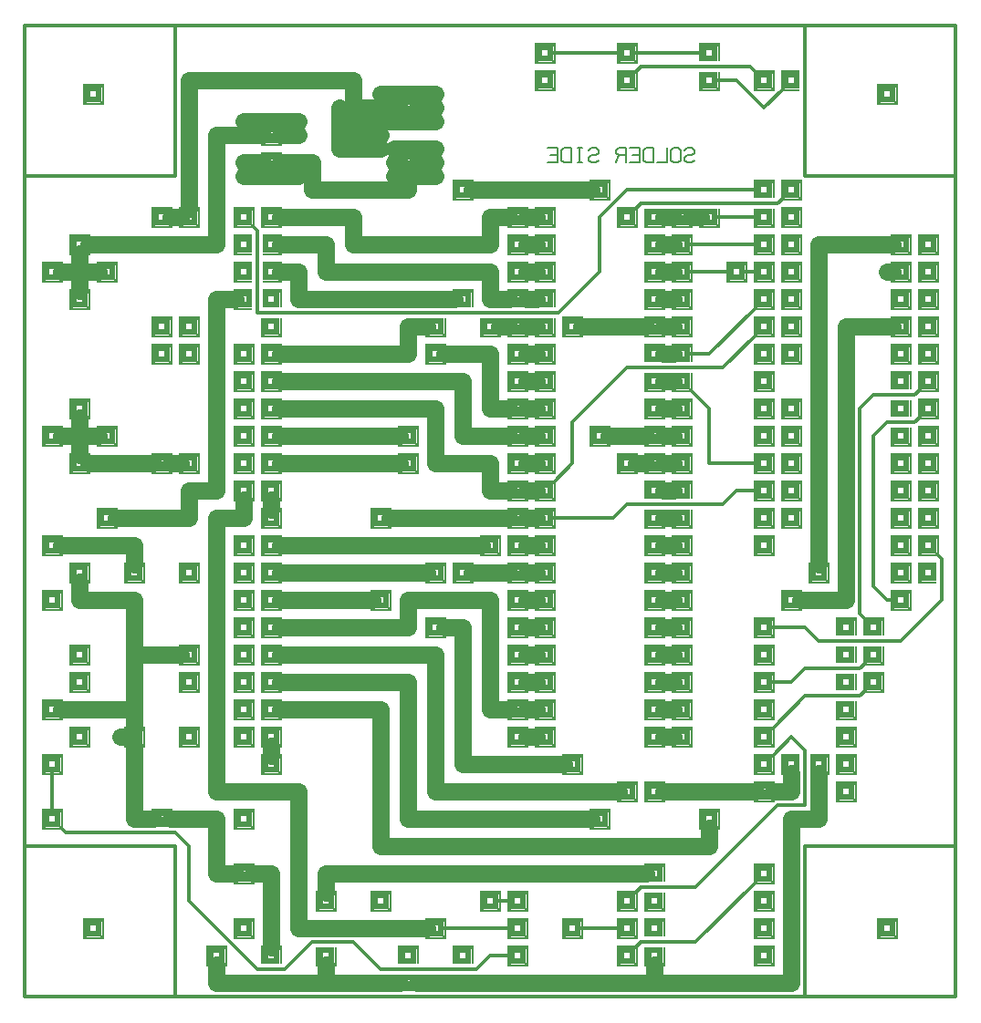
<source format=gbl>
%MOIN*%
%FSLAX23Y23*%
%ADD10C,.012*%
%ADD11C,.062*%
%ADD12C,.050X.024*%
%ADD13R,.062X.062X.024*%
%ADD14C,.016*%
%ADD15R,.008X.062*%
%ADD16R,.062X.008*%
%ADD17C,.008*%
%LPD*%
G90*X0Y0D02*D13*X250Y250D03*D14*X281Y281D03*      
Y219D03*X219Y281D03*Y219D03*D15*X285Y250D03*      
X215D03*D16*X250Y285D03*Y215D03*X550Y550D02*D10*  
Y0D01*X0D01*Y550D01*X550D01*X600D02*Y350D01*      
X850Y100D01*X950D01*X1050Y200D01*X1200D01*        
X1300Y100D01*X1650D01*X1700Y150D01*X1769D01*D13*  
X1800D03*D14*X1831Y181D03*Y119D03*X1769Y181D03*   
Y119D03*D15*X1835Y150D03*X1765D03*D16*            
X1800Y185D03*Y115D03*D13*Y250D03*D14*X1831Y281D03*
Y219D03*X1769Y281D03*Y219D03*D15*X1835Y250D03*    
X1765D03*D16*X1800Y285D03*Y215D03*X1769Y250D02*   
D10*X1531D01*D13*X1500D03*D14*X1531Y281D03*       
Y219D03*X1469Y281D03*Y219D03*D15*X1535Y250D03*    
X1465D03*D16*X1500Y285D03*Y215D03*X1469Y250D02*   
D11*X1000D01*Y750D01*X700D01*Y1750D01*X800D01*    
Y1819D01*D13*Y1850D03*D14*X831Y1881D03*Y1819D03*  
X769Y1881D03*Y1819D03*D15*X835Y1850D03*X765D03*   
D16*X800Y1885D03*Y1815D03*D13*X900Y1750D03*D14*   
X931Y1781D03*Y1719D03*X869Y1781D03*Y1719D03*D15*  
X935Y1750D03*X865D03*D16*X900Y1785D03*Y1715D03*   
Y1781D02*D11*Y1819D01*D13*Y1850D03*D14*           
X931Y1881D03*Y1819D03*X869Y1881D03*Y1819D03*D15*  
X935Y1850D03*X865D03*D16*X900Y1885D03*Y1815D03*   
D13*X800Y1950D03*D14*X831Y1981D03*Y1919D03*       
X769Y1981D03*Y1919D03*D15*X835Y1950D03*X765D03*   
D16*X800Y1985D03*Y1915D03*D13*X900Y1950D03*D14*   
X931Y1981D03*Y1919D03*X869Y1981D03*Y1919D03*D15*  
X935Y1950D03*X865D03*D16*X900Y1985D03*Y1915D03*   
X931Y1950D02*D11*X1369D01*D13*X1400D03*D14*       
X1431Y1981D03*Y1919D03*X1369Y1981D03*Y1919D03*D15*
X1435Y1950D03*X1365D03*D16*X1400Y1985D03*Y1915D03*
X1500Y1950D02*D11*X1700D01*Y1850D01*X1769D01*D13* 
X1800D03*D14*X1831Y1881D03*Y1819D03*X1769Y1881D03*
Y1819D03*D15*X1835Y1850D03*X1765D03*D16*          
X1800Y1885D03*Y1815D03*X1831Y1850D02*D11*X1869D01*
D13*X1900D03*D14*X1931Y1881D03*Y1819D03*          
X1869Y1881D03*Y1819D03*D15*X1935Y1850D03*X1865D03*
D16*X1900Y1885D03*Y1815D03*X1931Y1881D02*D10*     
X2000Y1950D01*Y2100D01*X2200Y2300D01*X2550D01*    
X2669Y2419D01*D13*X2700Y2450D03*D14*X2731Y2481D03*
Y2419D03*X2669Y2481D03*Y2419D03*D15*X2735Y2450D03*
X2665D03*D16*X2700Y2485D03*Y2415D03*D13*          
X2800Y2350D03*D14*X2831Y2381D03*Y2319D03*         
X2769Y2381D03*Y2319D03*D15*X2835Y2350D03*X2765D03*
D16*X2800Y2385D03*Y2315D03*D13*Y2550D03*D14*      
X2831Y2581D03*Y2519D03*X2769Y2581D03*Y2519D03*D15*
X2835Y2550D03*X2765D03*D16*X2800Y2585D03*Y2515D03*
D13*Y2450D03*D14*X2831Y2481D03*Y2419D03*          
X2769Y2481D03*Y2419D03*D15*X2835Y2450D03*X2765D03*
D16*X2800Y2485D03*Y2415D03*D13*X2700Y2550D03*D14* 
X2731Y2581D03*Y2519D03*X2669Y2581D03*Y2519D03*D15*
X2735Y2550D03*X2665D03*D16*X2700Y2585D03*Y2515D03*
X2669Y2519D02*D10*X2500Y2350D01*X2431D01*D13*     
X2400D03*D14*X2431Y2381D03*X2369D03*D15*          
X2435Y2350D03*X2365D03*D16*X2400Y2385D03*         
X2369Y2350D02*D11*X2331D01*D13*X2300D03*D14*      
X2331Y2381D03*X2269D03*D15*X2335Y2350D03*X2265D03*
D16*X2300Y2385D03*D13*X2400Y2250D03*D14*          
X2431Y2219D03*X2369D03*D15*X2435Y2250D03*X2365D03*
D16*X2400Y2215D03*X2431Y2219D02*D10*X2500Y2150D01*
Y1950D01*X2669D01*D13*X2700D03*D14*X2731Y1981D03* 
Y1919D03*X2669Y1981D03*Y1919D03*D15*X2735Y1950D03*
X2665D03*D16*X2700Y1985D03*Y1915D03*D13*          
X2800Y1850D03*D14*X2831Y1881D03*Y1819D03*         
X2769Y1881D03*Y1819D03*D15*X2835Y1850D03*X2765D03*
D16*X2800Y1885D03*Y1815D03*D13*Y2050D03*D14*      
X2831Y2081D03*Y2019D03*X2769Y2081D03*Y2019D03*D15*
X2835Y2050D03*X2765D03*D16*X2800Y2085D03*Y2015D03*
X2600Y1850D02*D10*X2550Y1800D01*X2200D01*         
X2150Y1750D01*X1931D01*D13*X1900D03*D14*          
X1931Y1781D03*Y1719D03*X1869Y1781D03*Y1719D03*D15*
X1935Y1750D03*X1865D03*D16*X1900Y1785D03*Y1715D03*
X1869Y1750D02*D11*X1831D01*D13*X1800D03*D14*      
X1831Y1781D03*Y1719D03*X1769Y1781D03*Y1719D03*D15*
X1835Y1750D03*X1765D03*D16*X1800Y1785D03*Y1715D03*
X1769Y1750D02*D11*X1331D01*D13*X1300D03*D14*      
X1331Y1781D03*Y1719D03*X1269Y1781D03*Y1719D03*D15*
X1335Y1750D03*X1265D03*D16*X1300Y1785D03*Y1715D03*
D13*X1500Y1550D03*D14*X1531Y1581D03*Y1519D03*     
X1469Y1581D03*Y1519D03*D15*X1535Y1550D03*X1465D03*
D16*X1500Y1585D03*Y1515D03*X1469Y1550D02*D11*     
X931D01*D13*X900D03*D14*X931Y1581D03*Y1519D03*    
X869Y1581D03*Y1519D03*D15*X935Y1550D03*X865D03*   
D16*X900Y1585D03*Y1515D03*D13*X800Y1650D03*D14*   
X831Y1681D03*Y1619D03*X769Y1681D03*Y1619D03*D15*  
X835Y1650D03*X765D03*D16*X800Y1685D03*Y1615D03*   
D13*Y1450D03*D14*X831Y1481D03*Y1419D03*           
X769Y1481D03*Y1419D03*D15*X835Y1450D03*X765D03*   
D16*X800Y1485D03*Y1415D03*D13*X900Y1650D03*D14*   
X931Y1681D03*Y1619D03*X869Y1681D03*Y1619D03*D15*  
X935Y1650D03*X865D03*D16*X900Y1685D03*Y1615D03*   
X931Y1650D02*D11*X1669D01*D13*X1700D03*D14*       
X1731Y1681D03*Y1619D03*X1669Y1681D03*Y1619D03*D15*
X1735Y1650D03*X1665D03*D16*X1700Y1685D03*Y1615D03*
D13*X1800Y1550D03*D14*X1831Y1581D03*Y1519D03*     
X1769Y1581D03*Y1519D03*D15*X1835Y1550D03*X1765D03*
D16*X1800Y1585D03*Y1515D03*X1769Y1550D02*D11*     
X1631D01*D13*X1600D03*D14*X1631Y1581D03*Y1519D03* 
X1569Y1581D03*Y1519D03*D15*X1635Y1550D03*X1565D03*
D16*X1600Y1585D03*Y1515D03*X1700Y1450D02*D11*     
Y1050D01*X1769D01*D13*X1800D03*D14*X1831Y1081D03* 
Y1019D03*X1769Y1081D03*Y1019D03*D15*X1835Y1050D03*
X1765D03*D16*X1800Y1085D03*Y1015D03*X1831Y1050D02*
D11*X1869D01*D13*X1900D03*D14*X1931Y1081D03*      
Y1019D03*X1869Y1081D03*Y1019D03*D15*X1935Y1050D03*
X1865D03*D16*X1900Y1085D03*Y1015D03*D13*          
X1800Y1150D03*D14*X1831Y1181D03*Y1119D03*         
X1769Y1181D03*Y1119D03*D15*X1835Y1150D03*X1765D03*
D16*X1800Y1185D03*Y1115D03*X1831Y1150D02*D11*     
X1869D01*D13*X1900D03*D14*X1931Y1181D03*Y1119D03* 
X1869Y1181D03*Y1119D03*D15*X1935Y1150D03*X1865D03*
D16*X1900Y1185D03*Y1115D03*D13*X1800Y1250D03*D14* 
X1831Y1281D03*Y1219D03*X1769Y1281D03*Y1219D03*D15*
X1835Y1250D03*X1765D03*D16*X1800Y1285D03*Y1215D03*
X1831Y1250D02*D11*X1869D01*D13*X1900D03*D14*      
X1931Y1281D03*Y1219D03*X1869Y1281D03*Y1219D03*D15*
X1935Y1250D03*X1865D03*D16*X1900Y1285D03*Y1215D03*
D13*X1800Y1350D03*D14*X1831Y1381D03*Y1319D03*     
X1769Y1381D03*Y1319D03*D15*X1835Y1350D03*X1765D03*
D16*X1800Y1385D03*Y1315D03*X1831Y1350D02*D11*     
X1869D01*D13*X1900D03*D14*X1931Y1381D03*Y1319D03* 
X1869Y1381D03*Y1319D03*D15*X1935Y1350D03*X1865D03*
D16*X1900Y1385D03*Y1315D03*D13*X1800Y1450D03*D14* 
X1831Y1481D03*Y1419D03*X1769Y1481D03*Y1419D03*D15*
X1835Y1450D03*X1765D03*D16*X1800Y1485D03*Y1415D03*
X1831Y1450D02*D11*X1869D01*D13*X1900D03*D14*      
X1931Y1481D03*Y1419D03*X1869Y1481D03*Y1419D03*D15*
X1935Y1450D03*X1865D03*D16*X1900Y1485D03*Y1415D03*
X1831Y1550D02*D11*X1869D01*D13*X1900D03*D14*      
X1931Y1581D03*Y1519D03*X1869Y1581D03*Y1519D03*D15*
X1935Y1550D03*X1865D03*D16*X1900Y1585D03*Y1515D03*
D13*X1800Y1650D03*D14*X1831Y1681D03*Y1619D03*     
X1769Y1681D03*Y1619D03*D15*X1835Y1650D03*X1765D03*
D16*X1800Y1685D03*Y1615D03*X1831Y1650D02*D11*     
X1869D01*D13*X1900D03*D14*X1931Y1681D03*Y1619D03* 
X1869Y1681D03*Y1619D03*D15*X1935Y1650D03*X1865D03*
D16*X1900Y1685D03*Y1615D03*X1700Y1450D02*D11*     
X1400D01*Y1350D01*X931D01*D13*X900D03*D14*        
X931Y1381D03*Y1319D03*X869Y1381D03*Y1319D03*D15*  
X935Y1350D03*X865D03*D16*X900Y1385D03*Y1315D03*   
D13*X800Y1250D03*D14*X831Y1281D03*Y1219D03*       
X769Y1281D03*Y1219D03*D15*X835Y1250D03*X765D03*   
D16*X800Y1285D03*Y1215D03*D13*X900Y1450D03*D14*   
X931Y1481D03*Y1419D03*X869Y1481D03*Y1419D03*D15*  
X935Y1450D03*X865D03*D16*X900Y1485D03*Y1415D03*   
X931Y1450D02*D11*X1269D01*D13*X1300D03*D14*       
X1331Y1481D03*Y1419D03*X1269Y1481D03*Y1419D03*D15*
X1335Y1450D03*X1265D03*D16*X1300Y1485D03*Y1415D03*
X1500Y1250D02*D11*Y750D01*X2169D01*D13*X2200D03*  
D14*X2231Y781D03*Y719D03*X2169Y781D03*Y719D03*D15*
X2235Y750D03*X2165D03*D16*X2200Y785D03*Y715D03*   
D13*X2100Y650D03*D14*X2131Y681D03*Y619D03*        
X2069Y681D03*Y619D03*D15*X2135Y650D03*X2065D03*   
D16*X2100Y685D03*Y615D03*X2069Y650D02*D11*        
X1400D01*Y1150D01*X931D01*D13*X900D03*D14*        
X931Y1181D03*Y1119D03*X869Y1181D03*Y1119D03*D15*  
X935Y1150D03*X865D03*D16*X900Y1185D03*Y1115D03*   
D13*X800Y1050D03*D14*X831Y1081D03*Y1019D03*       
X769Y1081D03*Y1019D03*D15*X835Y1050D03*X765D03*   
D16*X800Y1085D03*Y1015D03*D13*X900Y1250D03*D14*   
X931Y1281D03*Y1219D03*X869Y1281D03*Y1219D03*D15*  
X935Y1250D03*X865D03*D16*X900Y1285D03*Y1215D03*   
X931Y1250D02*D11*X1500D01*X1600Y1350D02*Y850D01*  
X1969D01*D13*X2000D03*D14*X2031Y881D03*Y819D03*   
X1969Y881D03*Y819D03*D15*X2035Y850D03*X1965D03*   
D16*X2000Y885D03*Y815D03*D13*X1900Y950D03*D14*    
X1931Y981D03*Y919D03*X1869Y981D03*Y919D03*D15*    
X1935Y950D03*X1865D03*D16*X1900Y985D03*Y915D03*   
X1869Y950D02*D11*X1831D01*D13*X1800D03*D14*       
X1831Y981D03*Y919D03*X1769Y981D03*Y919D03*D15*    
X1835Y950D03*X1765D03*D16*X1800Y985D03*Y915D03*   
X1600Y1350D02*D11*X1531D01*D13*X1500D03*D14*      
X1531Y1381D03*Y1319D03*X1469Y1381D03*Y1319D03*D15*
X1535Y1350D03*X1465D03*D16*X1500Y1385D03*Y1315D03*
X1300Y1050D02*D11*Y550D01*X2500D01*Y619D01*D13*   
Y650D03*D14*X2531Y681D03*Y619D03*X2469Y681D03*    
Y619D03*D15*X2535Y650D03*X2465D03*D16*            
X2500Y685D03*Y615D03*D13*X2700Y450D03*D14*        
X2731Y481D03*Y419D03*X2669Y481D03*Y419D03*D15*    
X2735Y450D03*X2665D03*D16*X2700Y485D03*Y415D03*   
X2669Y419D02*D10*X2450Y200D01*X2250D01*           
X2231Y181D01*D13*X2200Y150D03*D14*X2231Y181D03*   
Y119D03*X2169Y181D03*Y119D03*D15*X2235Y150D03*    
X2165D03*D16*X2200Y185D03*Y115D03*X2300Y50D02*D11*
X1431D01*D13*X1400D03*D15*X1435D03*X1365D03*      
X1369D02*D11*X1100D01*X700D01*Y119D01*D13*Y150D03*
D14*X731Y181D03*Y119D03*X669Y181D03*Y119D03*D15*  
X735Y150D03*X665D03*D16*X700Y185D03*Y115D03*D13*  
X800Y250D03*D14*X831Y281D03*Y219D03*X769Y281D03*  
Y219D03*D15*X835Y250D03*X765D03*D16*X800Y285D03*  
Y215D03*X550Y0D02*D10*X2850D01*X3400D01*Y550D01*  
X2850D01*Y0D01*X2800Y50D02*D11*X2300D01*Y119D01*  
D13*Y150D03*D14*X2331Y119D03*X2269D03*D15*        
X2335Y150D03*X2265D03*D16*X2300Y115D03*D13*       
X2200Y250D03*D14*X2231Y281D03*Y219D03*            
X2169Y281D03*Y219D03*D15*X2235Y250D03*X2165D03*   
D16*X2200Y285D03*Y215D03*X2169Y250D02*D10*        
X2031D01*D13*X2000D03*D14*X2031Y281D03*Y219D03*   
X1969Y281D03*Y219D03*D15*X2035Y250D03*X1965D03*   
D16*X2000Y285D03*Y215D03*D13*X1800Y350D03*D14*    
X1831Y381D03*Y319D03*X1769Y381D03*Y319D03*D15*    
X1835Y350D03*X1765D03*D16*X1800Y385D03*Y315D03*   
X1769Y350D02*D10*X1731D01*D13*X1700D03*D14*       
X1731Y381D03*Y319D03*X1669Y381D03*Y319D03*D15*    
X1735Y350D03*X1665D03*D16*X1700Y385D03*Y315D03*   
D13*X1600Y150D03*D14*X1631Y181D03*X1569D03*D15*   
X1635Y150D03*X1565D03*D16*X1600Y185D03*D13*       
X1400Y150D03*D14*X1431Y181D03*X1369D03*D15*       
X1435Y150D03*X1365D03*D16*X1400Y185D03*D13*       
X1300Y350D03*D14*X1331Y381D03*Y319D03*            
X1269Y381D03*Y319D03*D15*X1335Y350D03*X1265D03*   
D16*X1300Y385D03*Y315D03*D13*X2200Y350D03*D14*    
X2231Y381D03*Y319D03*X2169Y381D03*Y319D03*D15*    
X2235Y350D03*X2165D03*D16*X2200Y385D03*Y315D03*   
X2231Y381D02*D10*X2250Y400D01*X2450D01*           
X2750Y700D01*X2850D01*Y900D01*X2800Y950D01*       
X2731Y881D01*D13*X2700Y850D03*D14*X2731Y881D03*   
Y819D03*X2669Y881D03*Y819D03*D15*X2735Y850D03*    
X2665D03*D16*X2700Y885D03*Y815D03*X2800Y750D02*   
D11*X2731D01*D13*X2700D03*D14*X2731Y781D03*       
Y719D03*X2669Y781D03*Y719D03*D15*X2735Y750D03*    
X2665D03*D16*X2700Y785D03*Y715D03*X2669Y750D02*   
D11*X2331D01*D13*X2300D03*D14*X2331Y781D03*       
Y719D03*X2269Y781D03*Y719D03*D15*X2335Y750D03*    
X2265D03*D16*X2300Y785D03*Y715D03*D13*            
X2400Y950D03*D14*X2431Y981D03*Y919D03*            
X2369Y981D03*Y919D03*D15*X2435Y950D03*X2365D03*   
D16*X2400Y985D03*Y915D03*X2369Y950D02*D11*        
X2331D01*D13*X2300D03*D14*X2331Y981D03*Y919D03*   
X2269Y981D03*Y919D03*D15*X2335Y950D03*X2265D03*   
D16*X2300Y985D03*Y915D03*D13*X2400Y1050D03*D14*   
X2431Y1081D03*Y1019D03*X2369Y1081D03*Y1019D03*D15*
X2435Y1050D03*X2365D03*D16*X2400Y1085D03*Y1015D03*
X2369Y1050D02*D11*X2331D01*D13*X2300D03*D14*      
X2331Y1081D03*Y1019D03*X2269Y1081D03*Y1019D03*D15*
X2335Y1050D03*X2265D03*D16*X2300Y1085D03*Y1015D03*
D13*X2400Y1150D03*D14*X2431Y1181D03*Y1119D03*     
X2369Y1181D03*Y1119D03*D15*X2435Y1150D03*X2365D03*
D16*X2400Y1185D03*Y1115D03*X2369Y1150D02*D11*     
X2331D01*D13*X2300D03*D14*X2331Y1181D03*Y1119D03* 
X2269Y1181D03*Y1119D03*D15*X2335Y1150D03*X2265D03*
D16*X2300Y1185D03*Y1115D03*D13*X2400Y1250D03*D14* 
X2431Y1281D03*Y1219D03*X2369Y1281D03*Y1219D03*D15*
X2435Y1250D03*X2365D03*D16*X2400Y1285D03*Y1215D03*
X2369Y1250D02*D11*X2331D01*D13*X2300D03*D14*      
X2331Y1281D03*Y1219D03*X2269Y1281D03*Y1219D03*D15*
X2335Y1250D03*X2265D03*D16*X2300Y1285D03*Y1215D03*
D13*X2400Y1350D03*D14*X2431Y1381D03*Y1319D03*     
X2369Y1381D03*Y1319D03*D15*X2435Y1350D03*X2365D03*
D16*X2400Y1385D03*Y1315D03*X2369Y1350D02*D11*     
X2331D01*D13*X2300D03*D14*X2331Y1381D03*Y1319D03* 
X2269Y1381D03*Y1319D03*D15*X2335Y1350D03*X2265D03*
D16*X2300Y1385D03*Y1315D03*D13*X2400Y1450D03*D14* 
X2431Y1481D03*Y1419D03*X2369Y1481D03*Y1419D03*D15*
X2435Y1450D03*X2365D03*D16*X2400Y1485D03*Y1415D03*
X2369Y1450D02*D11*X2331D01*D13*X2300D03*D14*      
X2331Y1481D03*Y1419D03*X2269Y1481D03*Y1419D03*D15*
X2335Y1450D03*X2265D03*D16*X2300Y1485D03*Y1415D03*
D13*X2400Y1550D03*D14*X2431Y1581D03*Y1519D03*     
X2369Y1581D03*Y1519D03*D15*X2435Y1550D03*X2365D03*
D16*X2400Y1585D03*Y1515D03*X2369Y1550D02*D11*     
X2331D01*D13*X2300D03*D14*X2331Y1581D03*Y1519D03* 
X2269Y1581D03*Y1519D03*D15*X2335Y1550D03*X2265D03*
D16*X2300Y1585D03*Y1515D03*D13*X2400Y1650D03*D14* 
X2431Y1681D03*Y1619D03*X2369Y1681D03*Y1619D03*D15*
X2435Y1650D03*X2365D03*D16*X2400Y1685D03*Y1615D03*
X2369Y1650D02*D11*X2331D01*D13*X2300D03*D14*      
X2331Y1681D03*Y1619D03*X2269Y1681D03*Y1619D03*D15*
X2335Y1650D03*X2265D03*D16*X2300Y1685D03*Y1615D03*
D13*X2400Y1750D03*D14*X2431Y1719D03*X2369D03*D15* 
X2435Y1750D03*X2365D03*D16*X2400Y1715D03*         
X2369Y1750D02*D11*X2331D01*D13*X2300D03*D14*      
X2331Y1719D03*X2269D03*D15*X2335Y1750D03*X2265D03*
D16*X2300Y1715D03*D13*X2400Y1850D03*D14*          
X2431Y1881D03*X2369D03*D15*X2435Y1850D03*X2365D03*
D16*X2400Y1885D03*X2369Y1850D02*D11*X2331D01*D13* 
X2300D03*D14*X2331Y1881D03*X2269D03*D15*          
X2335Y1850D03*X2265D03*D16*X2300Y1885D03*D13*     
X2400Y1950D03*D14*X2431Y1981D03*Y1919D03*         
X2369Y1981D03*Y1919D03*D15*X2435Y1950D03*X2365D03*
D16*X2400Y1985D03*Y1915D03*X2369Y1950D02*D11*     
X2331D01*D13*X2300D03*D14*X2331Y1981D03*Y1919D03* 
X2269Y1981D03*Y1919D03*D15*X2335Y1950D03*X2265D03*
D16*X2300Y1985D03*Y1915D03*X2269Y1950D02*D11*     
X2231D01*D13*X2200D03*D14*X2231Y1981D03*Y1919D03* 
X2169Y1981D03*Y1919D03*D15*X2235Y1950D03*X2165D03*
D16*X2200Y1985D03*Y1915D03*D13*X2300Y2050D03*D14* 
X2331Y2081D03*Y2019D03*X2269Y2081D03*Y2019D03*D15*
X2335Y2050D03*X2265D03*D16*X2300Y2085D03*Y2015D03*
X2269Y2050D02*D11*X2131D01*D13*X2100D03*D14*      
X2131Y2081D03*Y2019D03*X2069Y2081D03*Y2019D03*D15*
X2135Y2050D03*X2065D03*D16*X2100Y2085D03*Y2015D03*
D13*X2300Y2250D03*D14*X2331Y2219D03*X2269D03*D15* 
X2335Y2250D03*X2265D03*D16*X2300Y2215D03*         
X2331Y2250D02*D11*X2369D01*D13*X2300Y2150D03*D14* 
X2331Y2181D03*Y2119D03*X2269Y2181D03*Y2119D03*D15*
X2335Y2150D03*X2265D03*D16*X2300Y2185D03*Y2115D03*
X2331Y2150D02*D11*X2369D01*D13*X2400D03*D14*      
X2431Y2181D03*Y2119D03*X2369Y2181D03*Y2119D03*D15*
X2435Y2150D03*X2365D03*D16*X2400Y2185D03*Y2115D03*
X2331Y2050D02*D11*X2369D01*D13*X2400D03*D14*      
X2431Y2081D03*Y2019D03*X2369Y2081D03*Y2019D03*D15*
X2435Y2050D03*X2365D03*D16*X2400Y2085D03*Y2015D03*
X2600Y1850D02*D10*X2669D01*D13*X2700D03*D14*      
X2731Y1881D03*Y1819D03*X2669Y1881D03*Y1819D03*D15*
X2735Y1850D03*X2665D03*D16*X2700Y1885D03*Y1815D03*
D13*X2800Y1750D03*D14*X2831Y1781D03*Y1719D03*     
X2769Y1781D03*Y1719D03*D15*X2835Y1750D03*X2765D03*
D16*X2800Y1785D03*Y1715D03*D13*Y1950D03*D14*      
X2831Y1981D03*Y1919D03*X2769Y1981D03*Y1919D03*D15*
X2835Y1950D03*X2765D03*D16*X2800Y1985D03*Y1915D03*
D13*X2700Y1750D03*D14*X2731Y1781D03*Y1719D03*     
X2669Y1781D03*Y1719D03*D15*X2735Y1750D03*X2665D03*
D16*X2700Y1785D03*Y1715D03*D13*Y2050D03*D14*      
X2731Y2081D03*Y2019D03*X2669Y2081D03*Y2019D03*D15*
X2735Y2050D03*X2665D03*D16*X2700Y2085D03*Y2015D03*
D13*Y1650D03*D14*X2731Y1681D03*Y1619D03*          
X2669Y1681D03*Y1619D03*D15*X2735Y1650D03*X2665D03*
D16*X2700Y1685D03*Y1615D03*D13*X2800Y2150D03*D14* 
X2831Y2181D03*Y2119D03*X2769Y2181D03*Y2119D03*D15*
X2835Y2150D03*X2765D03*D16*X2800Y2185D03*Y2115D03*
D13*X2700Y2150D03*D14*X2731Y2181D03*Y2119D03*     
X2669Y2181D03*Y2119D03*D15*X2735Y2150D03*X2665D03*
D16*X2700Y2185D03*Y2115D03*D13*X2900Y1550D03*D14* 
X2931Y1581D03*Y1519D03*X2869Y1581D03*Y1519D03*D15*
X2935Y1550D03*X2865D03*D16*X2900Y1585D03*Y1515D03*
Y1581D02*D11*Y2750D01*X3169D01*D13*X3200D03*D14*  
X3231Y2781D03*Y2719D03*X3169Y2781D03*Y2719D03*D15*
X3235Y2750D03*X3165D03*D16*X3200Y2785D03*Y2715D03*
D13*X3300Y2650D03*D14*X3331Y2681D03*Y2619D03*     
X3269Y2681D03*Y2619D03*D15*X3335Y2650D03*X3265D03*
D16*X3300Y2685D03*Y2615D03*X3150Y2650D02*D11*     
X3169D01*D13*X3200D03*D14*X3231Y2681D03*Y2619D03* 
X3169Y2681D03*Y2619D03*D15*X3235Y2650D03*X3165D03*
D16*X3200Y2685D03*Y2615D03*D13*X3300Y2550D03*D14* 
X3331Y2581D03*Y2519D03*X3269Y2581D03*Y2519D03*D15*
X3335Y2550D03*X3265D03*D16*X3300Y2585D03*Y2515D03*
D13*Y2750D03*D14*X3331Y2781D03*Y2719D03*          
X3269Y2781D03*Y2719D03*D15*X3335Y2750D03*X3265D03*
D16*X3300Y2785D03*Y2715D03*D13*X3200Y2550D03*D14* 
X3231Y2581D03*Y2519D03*X3169Y2581D03*Y2519D03*D15*
X3235Y2550D03*X3165D03*D16*X3200Y2585D03*Y2515D03*
X3000Y2450D02*D11*Y1450D01*X2831D01*D13*X2800D03* 
D14*X2831Y1481D03*Y1419D03*X2769Y1481D03*Y1419D03*
D15*X2835Y1450D03*X2765D03*D16*X2800Y1485D03*     
Y1415D03*D13*X2700Y1350D03*D14*X2731Y1381D03*     
Y1319D03*X2669Y1381D03*Y1319D03*D15*X2735Y1350D03*
X2665D03*D16*X2700Y1385D03*Y1315D03*X2731Y1350D02*
D10*X2850D01*X2900Y1300D01*X3200D01*X3350Y1450D01*
Y1600D01*X3331Y1619D01*D13*X3300Y1650D03*D14*     
X3331Y1681D03*Y1619D03*X3269Y1681D03*Y1619D03*D15*
X3335Y1650D03*X3265D03*D16*X3300Y1685D03*Y1615D03*
D13*X3200Y1750D03*D14*X3231Y1781D03*Y1719D03*     
X3169Y1781D03*Y1719D03*D15*X3235Y1750D03*X3165D03*
D16*X3200Y1785D03*Y1715D03*D13*Y1550D03*D14*      
X3231Y1581D03*Y1519D03*X3169Y1581D03*Y1519D03*D15*
X3235Y1550D03*X3165D03*D16*X3200Y1585D03*Y1515D03*
D13*X3300Y1750D03*D14*X3331Y1781D03*Y1719D03*     
X3269Y1781D03*Y1719D03*D15*X3335Y1750D03*X3265D03*
D16*X3300Y1785D03*Y1715D03*D13*X3200Y1650D03*D14* 
X3231Y1681D03*Y1619D03*X3169Y1681D03*Y1619D03*D15*
X3235Y1650D03*X3165D03*D16*X3200Y1685D03*Y1615D03*
D13*X3300Y1550D03*D14*X3269Y1581D03*Y1519D03*D15* 
X3265Y1550D03*D16*X3300Y1585D03*Y1515D03*         
X3150Y1450D02*D10*X3169D01*D13*X3200D03*D14*      
X3231Y1481D03*Y1419D03*X3169Y1481D03*Y1419D03*D15*
X3235Y1450D03*X3165D03*D16*X3200Y1485D03*Y1415D03*
X3150Y1450D02*D10*X3100Y1500D01*Y2050D01*         
X3150Y2100D01*X3250D01*X3269Y2119D01*D13*         
X3300Y2150D03*D14*X3331Y2181D03*Y2119D03*         
X3269Y2181D03*Y2119D03*D15*X3335Y2150D03*X3265D03*
D16*X3300Y2185D03*Y2115D03*X3250Y2200D02*D10*     
X3100D01*X3050Y2150D01*Y1400D01*X3069Y1381D01*D13*
X3100Y1350D03*D14*X3131Y1381D03*X3069D03*D15*     
X3135Y1350D03*X3065D03*D16*X3100Y1385D03*D13*     
X3000Y1250D03*D15*X3035D03*X2965D03*D13*          
X3000Y1350D03*D14*X3031Y1381D03*X2969D03*D15*     
X3035Y1350D03*X2965D03*D16*X3000Y1385D03*D13*     
X3100Y1250D03*D14*X3131Y1219D03*X3069D03*D15*     
X3135Y1250D03*X3065D03*D16*X3100Y1215D03*         
X3069Y1219D02*D10*X3050Y1200D01*X2850D01*         
X2800Y1150D01*X2731D01*D13*X2700D03*D14*          
X2731Y1181D03*Y1119D03*X2669Y1181D03*Y1119D03*D15*
X2735Y1150D03*X2665D03*D16*X2700Y1185D03*Y1115D03*
D13*Y1250D03*D14*X2731Y1281D03*Y1219D03*          
X2669Y1281D03*Y1219D03*D15*X2735Y1250D03*X2665D03*
D16*X2700Y1285D03*Y1215D03*D13*Y1050D03*D14*      
X2731Y1081D03*Y1019D03*X2669Y1081D03*Y1019D03*D15*
X2735Y1050D03*X2665D03*D16*X2700Y1085D03*Y1015D03*
X2850Y1100D02*D10*X2731Y981D01*D13*X2700Y950D03*  
D14*X2731Y981D03*Y919D03*X2669Y981D03*Y919D03*D15*
X2735Y950D03*X2665D03*D16*X2700Y985D03*Y915D03*   
D13*X2800Y850D03*D14*X2769Y881D03*Y819D03*D15*    
X2765Y850D03*D16*X2800Y885D03*Y815D03*Y819D02*D11*
Y750D01*X2900Y650D02*X2800D01*Y50D01*D13*         
X2700Y150D03*D14*X2731Y181D03*Y119D03*            
X2669Y181D03*Y119D03*D15*X2735Y150D03*X2665D03*   
D16*X2700Y185D03*Y115D03*D13*Y250D03*D14*         
X2731Y281D03*Y219D03*X2669Y281D03*Y219D03*D15*    
X2735Y250D03*X2665D03*D16*X2700Y285D03*Y215D03*   
D13*Y350D03*D14*X2731Y381D03*Y319D03*X2669Y381D03*
Y319D03*D15*X2735Y350D03*X2665D03*D16*            
X2700Y385D03*Y315D03*D13*X3150Y250D03*D14*        
X3181Y281D03*Y219D03*X3119Y281D03*Y219D03*D15*    
X3185Y250D03*X3115D03*D16*X3150Y285D03*Y215D03*   
D13*X2300Y450D03*D14*X2331Y481D03*X2269D03*D15*   
X2335Y450D03*X2265D03*D16*X2300Y485D03*           
X2269Y450D02*D11*X1100D01*Y381D01*D13*Y350D03*D14*
X1131Y381D03*Y319D03*X1069Y381D03*Y319D03*D15*    
X1135Y350D03*X1065D03*D16*X1100Y385D03*Y315D03*   
D13*X900Y150D03*D14*X931Y181D03*X869D03*D15*      
X935Y150D03*X865D03*D16*X900Y185D03*Y181D02*D11*  
Y450D01*X831D01*D13*X800D03*D14*X831Y481D03*      
Y419D03*X769Y481D03*Y419D03*D15*X835Y450D03*      
X765D03*D16*X800Y485D03*Y415D03*X769Y450D02*D11*  
X700D01*Y650D01*X531D01*D13*X500D03*D14*          
X531Y681D03*X469D03*D15*X535Y650D03*X465D03*D16*  
X500Y685D03*X469Y650D02*D11*X400D01*Y919D01*D13*  
Y950D03*D14*X431Y981D03*Y919D03*X369Y981D03*      
Y919D03*D15*X435Y950D03*X365D03*D16*X400Y985D03*  
Y915D03*X369Y950D02*D11*X350D01*X400Y981D02*      
Y1050D01*X131D01*D13*X100D03*D14*X131Y1081D03*    
Y1019D03*X69Y1081D03*Y1019D03*D15*X135Y1050D03*   
X65D03*D16*X100Y1085D03*Y1015D03*D13*X200Y950D03* 
D14*X231Y981D03*Y919D03*X169Y981D03*Y919D03*D15*  
X235Y950D03*X165D03*D16*X200Y985D03*Y915D03*D13*  
Y1150D03*D14*X231Y1181D03*Y1119D03*X169Y1181D03*  
Y1119D03*D15*X235Y1150D03*X165D03*D16*            
X200Y1185D03*Y1115D03*D13*Y1250D03*D14*           
X231Y1281D03*Y1219D03*X169Y1281D03*Y1219D03*D15*  
X235Y1250D03*X165D03*D16*X200Y1285D03*Y1215D03*   
D13*X100Y850D03*D14*X131Y881D03*Y819D03*          
X69Y881D03*Y819D03*D15*X135Y850D03*X65D03*D16*    
X100Y885D03*Y815D03*Y819D02*D10*Y681D01*D13*      
Y650D03*D14*X131Y681D03*Y619D03*X69Y681D03*       
Y619D03*D15*X135Y650D03*X65D03*D16*X100Y685D03*   
Y615D03*X131Y619D02*D10*X150Y600D01*X550D01*      
X600Y550D01*D13*X800Y650D03*D14*X831Y681D03*      
Y619D03*X769Y681D03*Y619D03*D15*X835Y650D03*      
X765D03*D16*X800Y685D03*Y615D03*D13*X900Y850D03*  
D14*X931Y881D03*Y819D03*X869Y881D03*Y819D03*D15*  
X935Y850D03*X865D03*D16*X900Y885D03*Y815D03*      
Y881D02*D11*Y919D01*D13*Y950D03*D14*X931Y981D03*  
Y919D03*X869Y981D03*Y919D03*D15*X935Y950D03*      
X865D03*D16*X900Y985D03*Y915D03*D13*Y1050D03*D14* 
X931Y1081D03*Y1019D03*X869Y1081D03*Y1019D03*D15*  
X935Y1050D03*X865D03*D16*X900Y1085D03*Y1015D03*   
X931Y1050D02*D11*X1300D01*D13*X800Y1550D03*D14*   
X831Y1581D03*Y1519D03*X769Y1581D03*Y1519D03*D15*  
X835Y1550D03*X765D03*D16*X800Y1585D03*Y1515D03*   
D13*Y1350D03*D14*X831Y1381D03*Y1319D03*           
X769Y1381D03*Y1319D03*D15*X835Y1350D03*X765D03*   
D16*X800Y1385D03*Y1315D03*D13*Y1150D03*D14*       
X831Y1181D03*Y1119D03*X769Y1181D03*Y1119D03*D15*  
X835Y1150D03*X765D03*D16*X800Y1185D03*Y1115D03*   
D13*Y950D03*D14*X831Y981D03*Y919D03*X769Y981D03*  
Y919D03*D15*X835Y950D03*X765D03*D16*X800Y985D03*  
Y915D03*X600Y1750D02*D11*X331D01*D13*X300D03*D14* 
X331Y1781D03*Y1719D03*X269Y1781D03*Y1719D03*D15*  
X335Y1750D03*X265D03*D16*X300Y1785D03*Y1715D03*   
X400Y1650D02*D11*Y1581D01*D13*Y1550D03*D14*       
X431Y1581D03*Y1519D03*X369Y1581D03*Y1519D03*D15*  
X435Y1550D03*X365D03*D16*X400Y1585D03*Y1515D03*   
Y1650D02*D11*X131D01*D13*X100D03*D14*X131Y1681D03*
Y1619D03*X69Y1681D03*Y1619D03*D15*X135Y1650D03*   
X65D03*D16*X100Y1685D03*Y1615D03*D13*X200Y1550D03*
D14*X231Y1581D03*Y1519D03*X169Y1581D03*Y1519D03*  
D15*X235Y1550D03*X165D03*D16*X200Y1585D03*        
Y1515D03*Y1519D02*D11*Y1450D01*X400D01*Y1250D01*  
Y1050D01*D13*X600Y1250D03*D14*X631Y1281D03*       
Y1219D03*X569Y1281D03*Y1219D03*D15*X635Y1250D03*  
X565D03*D16*X600Y1285D03*Y1215D03*X569Y1250D02*   
D11*X400D01*D13*X600Y1150D03*D14*X631Y1181D03*    
Y1119D03*X569Y1181D03*Y1119D03*D15*X635Y1150D03*  
X565D03*D16*X600Y1185D03*Y1115D03*D13*Y1550D03*   
D14*X631Y1581D03*Y1519D03*X569Y1581D03*Y1519D03*  
D15*X635Y1550D03*X565D03*D16*X600Y1585D03*        
Y1515D03*D13*X100Y1450D03*D14*X131Y1481D03*       
Y1419D03*X69Y1481D03*Y1419D03*D15*X135Y1450D03*   
X65D03*D16*X100Y1485D03*Y1415D03*D13*X600Y950D03* 
D14*X631Y981D03*Y919D03*X569Y981D03*Y919D03*D15*  
X635Y950D03*X565D03*D16*X600Y985D03*Y915D03*      
Y1750D02*D11*Y1850D01*X700D01*Y2550D01*X769D01*   
D13*X800D03*D14*X769Y2581D03*Y2519D03*D15*        
X765Y2550D03*D16*X800Y2585D03*Y2515D03*           
X850Y2500D02*D10*X1950D01*X2100Y2650D01*Y2850D01* 
X2200Y2950D01*X2669D01*D13*X2700D03*D14*          
X2731Y2981D03*X2669D03*D15*X2735Y2950D03*X2665D03*
D16*X2700Y2985D03*X2750Y2900D02*D10*X2250D01*     
X2231Y2881D01*D13*X2200Y2850D03*D14*X2231Y2881D03*
Y2819D03*X2169Y2881D03*Y2819D03*D15*X2235Y2850D03*
X2165D03*D16*X2200Y2885D03*Y2815D03*D13*          
X2300Y2750D03*D14*X2331Y2781D03*Y2719D03*         
X2269Y2781D03*Y2719D03*D15*X2335Y2750D03*X2265D03*
D16*X2300Y2785D03*Y2715D03*X2331Y2750D02*D11*     
X2369D01*D13*X2400D03*D14*X2431Y2781D03*Y2719D03* 
X2369Y2781D03*Y2719D03*D15*X2435Y2750D03*X2365D03*
D16*X2400Y2785D03*Y2715D03*X2431Y2750D02*D10*     
X2669D01*D13*X2700D03*D14*X2731Y2781D03*Y2719D03* 
X2669Y2781D03*Y2719D03*D15*X2735Y2750D03*X2665D03*
D16*X2700Y2785D03*Y2715D03*D13*X2800Y2650D03*D14* 
X2831Y2681D03*Y2619D03*X2769Y2681D03*Y2619D03*D15*
X2835Y2650D03*X2765D03*D16*X2800Y2685D03*Y2615D03*
D13*Y2850D03*D14*X2831Y2881D03*Y2819D03*          
X2769Y2881D03*Y2819D03*D15*X2835Y2850D03*X2765D03*
D16*X2800Y2885D03*Y2815D03*D13*X2600Y2650D03*D14* 
X2631Y2681D03*Y2619D03*X2569Y2681D03*Y2619D03*D15*
X2635Y2650D03*X2565D03*D16*X2600Y2685D03*Y2615D03*
X2569Y2650D02*D10*X2431D01*D13*X2400D03*D14*      
X2431Y2681D03*Y2619D03*X2369Y2681D03*Y2619D03*D15*
X2435Y2650D03*X2365D03*D16*X2400Y2685D03*Y2615D03*
X2369Y2650D02*D11*X2331D01*D13*X2300D03*D14*      
X2331Y2681D03*Y2619D03*X2269Y2681D03*Y2619D03*D15*
X2335Y2650D03*X2265D03*D16*X2300Y2685D03*Y2615D03*
D13*X2400Y2550D03*D14*X2431Y2581D03*Y2519D03*     
X2369Y2581D03*Y2519D03*D15*X2435Y2550D03*X2365D03*
D16*X2400Y2585D03*Y2515D03*X2369Y2550D02*D11*     
X2331D01*D13*X2300D03*D14*X2331Y2581D03*Y2519D03* 
X2269Y2581D03*Y2519D03*D15*X2335Y2550D03*X2265D03*
D16*X2300Y2585D03*Y2515D03*D13*X2400Y2450D03*D14* 
X2431Y2481D03*Y2419D03*X2369Y2481D03*Y2419D03*D15*
X2435Y2450D03*X2365D03*D16*X2400Y2485D03*Y2415D03*
X2369Y2450D02*D11*X2331D01*D13*X2300D03*D14*      
X2331Y2481D03*Y2419D03*X2269Y2481D03*Y2419D03*D15*
X2335Y2450D03*X2265D03*D16*X2300Y2485D03*Y2415D03*
X2269Y2450D02*D11*X2031D01*D13*X2000D03*D14*      
X2031Y2481D03*Y2419D03*X1969Y2481D03*Y2419D03*D15*
X2035Y2450D03*X1965D03*D16*X2000Y2485D03*Y2415D03*
D13*X1900Y2550D03*D14*X1931Y2581D03*X1869D03*D15* 
X1935Y2550D03*X1865D03*D16*X1900Y2585D03*         
X1869Y2550D02*D11*X1831D01*D13*X1800D03*D14*      
X1831Y2581D03*X1769D03*D15*X1835Y2550D03*X1765D03*
D16*X1800Y2585D03*X1769Y2550D02*D11*X1700D01*     
Y2650D01*X1100D01*Y2750D01*X931D01*D13*X900D03*   
D14*X931Y2781D03*Y2719D03*D15*X935Y2750D03*D16*   
X900Y2785D03*Y2715D03*X850Y2800D02*D10*Y2500D01*  
D13*X900Y2450D03*D14*X931Y2419D03*X869D03*D15*    
X935Y2450D03*X865D03*D16*X900Y2415D03*D13*        
Y2550D03*D14*X931Y2581D03*D15*X935Y2550D03*D16*   
X900Y2585D03*X1000Y2650D02*D11*Y2550D01*X1569D01* 
D13*X1600D03*D14*X1631Y2581D03*X1569D03*D15*      
X1635Y2550D03*X1565D03*D16*X1600Y2585D03*D13*     
X1700Y2450D03*D14*X1731Y2419D03*X1669D03*D15*     
X1735Y2450D03*X1665D03*D16*X1700Y2415D03*         
X1731Y2450D02*D11*X1769D01*D13*X1800D03*D14*      
X1831Y2419D03*X1769D03*D15*X1835Y2450D03*X1765D03*
D16*X1800Y2415D03*X1831Y2450D02*D11*X1869D01*D13* 
X1900D03*D14*X1931Y2419D03*X1869D03*D15*          
X1935Y2450D03*X1865D03*D16*X1900Y2415D03*D13*     
X1800Y2350D03*D14*X1831Y2381D03*Y2319D03*         
X1769Y2381D03*Y2319D03*D15*X1835Y2350D03*X1765D03*
D16*X1800Y2385D03*Y2315D03*X1831Y2350D02*D11*     
X1869D01*D13*X1900D03*D14*X1931Y2381D03*Y2319D03* 
X1869Y2381D03*Y2319D03*D15*X1935Y2350D03*X1865D03*
D16*X1900Y2385D03*Y2315D03*D13*X1800Y2250D03*D14* 
X1831Y2281D03*Y2219D03*X1769Y2281D03*Y2219D03*D15*
X1835Y2250D03*X1765D03*D16*X1800Y2285D03*Y2215D03*
X1831Y2250D02*D11*X1869D01*D13*X1900D03*D14*      
X1931Y2281D03*Y2219D03*X1869Y2281D03*Y2219D03*D15*
X1935Y2250D03*X1865D03*D16*X1900Y2285D03*Y2215D03*
D13*X1800Y2150D03*D14*X1831Y2181D03*Y2119D03*     
X1769Y2181D03*Y2119D03*D15*X1835Y2150D03*X1765D03*
D16*X1800Y2185D03*Y2115D03*X1769Y2150D02*D11*     
X1700D01*Y2350D01*X1531D01*D13*X1500D03*D14*      
X1531Y2381D03*Y2319D03*X1469Y2381D03*Y2319D03*D15*
X1535Y2350D03*X1465D03*D16*X1500Y2385D03*Y2315D03*
X1600Y2250D02*D11*Y2050D01*X1769D01*D13*X1800D03* 
D14*X1831Y2081D03*Y2019D03*X1769Y2081D03*Y2019D03*
D15*X1835Y2050D03*X1765D03*D16*X1800Y2085D03*     
Y2015D03*X1831Y2050D02*D11*X1869D01*D13*X1900D03* 
D14*X1931Y2081D03*Y2019D03*X1869Y2081D03*Y2019D03*
D15*X1935Y2050D03*X1865D03*D16*X1900Y2085D03*     
Y2015D03*X1831Y2150D02*D11*X1869D01*D13*X1900D03* 
D14*X1931Y2181D03*Y2119D03*X1869Y2181D03*Y2119D03*
D15*X1935Y2150D03*X1865D03*D16*X1900Y2185D03*     
Y2115D03*D13*X1800Y1950D03*D14*X1831Y1981D03*     
Y1919D03*X1769Y1981D03*Y1919D03*D15*X1835Y1950D03*
X1765D03*D16*X1800Y1985D03*Y1915D03*X1831Y1950D02*
D11*X1869D01*D13*X1900D03*D14*X1931Y1981D03*      
Y1919D03*X1869Y1981D03*Y1919D03*D15*X1935Y1950D03*
X1865D03*D16*X1900Y1985D03*Y1915D03*X1600Y2250D02*
D11*X931D01*D13*X900D03*D14*X931Y2281D03*Y2219D03*
X869Y2281D03*Y2219D03*D15*X935Y2250D03*X865D03*   
D16*X900Y2285D03*Y2215D03*D13*X800Y2350D03*D14*   
X831Y2381D03*Y2319D03*X769Y2381D03*Y2319D03*D15*  
X835Y2350D03*X765D03*D16*X800Y2385D03*Y2315D03*   
D13*Y2150D03*D14*X831Y2181D03*Y2119D03*           
X769Y2181D03*Y2119D03*D15*X835Y2150D03*X765D03*   
D16*X800Y2185D03*Y2115D03*D13*X900Y2350D03*D14*   
X931Y2381D03*Y2319D03*X869Y2381D03*Y2319D03*D15*  
X935Y2350D03*X865D03*D16*X900Y2385D03*Y2315D03*   
X931Y2350D02*D11*X1400D01*Y2450D01*X1469D01*D13*  
X1500D03*D14*X1531Y2419D03*X1469D03*D15*          
X1535Y2450D03*X1465D03*D16*X1500Y2415D03*D13*     
X1800Y2750D03*D14*X1831Y2781D03*Y2719D03*         
X1769Y2781D03*Y2719D03*D15*X1835Y2750D03*X1765D03*
D16*X1800Y2785D03*Y2715D03*X1831Y2750D02*D11*     
X1869D01*D13*X1900D03*D14*X1931Y2781D03*Y2719D03* 
X1869Y2781D03*Y2719D03*D15*X1935Y2750D03*X1865D03*
D16*X1900Y2785D03*Y2715D03*D13*X1800Y2850D03*D14* 
X1831Y2881D03*Y2819D03*X1769Y2881D03*Y2819D03*D15*
X1835Y2850D03*X1765D03*D16*X1800Y2885D03*Y2815D03*
X1769Y2850D02*D11*X1700D01*Y2750D01*X1200D01*     
Y2850D01*X931D01*D13*X900D03*D14*X931Y2881D03*    
Y2819D03*X869Y2881D03*Y2819D03*D15*X935Y2850D03*  
X865D03*D16*X900Y2885D03*Y2815D03*X850Y2800D02*   
D10*X831Y2819D01*D13*X800Y2850D03*D14*            
X831Y2881D03*Y2819D03*X769Y2881D03*Y2819D03*D15*  
X835Y2850D03*X765D03*D16*X800Y2885D03*Y2815D03*   
X700Y2750D02*D11*X231D01*D13*X200D03*D14*         
X231Y2781D03*Y2719D03*X169Y2781D03*Y2719D03*D15*  
X235Y2750D03*X165D03*D16*X200Y2785D03*Y2715D03*   
Y2719D02*D11*Y2650D01*Y2581D01*D13*Y2550D03*D14*  
X231Y2581D03*Y2519D03*X169Y2581D03*Y2519D03*D15*  
X235Y2550D03*X165D03*D16*X200Y2585D03*Y2515D03*   
D13*X300Y2650D03*D14*X331Y2681D03*Y2619D03*       
X269Y2681D03*Y2619D03*D15*X335Y2650D03*X265D03*   
D16*X300Y2685D03*Y2615D03*X269Y2650D02*D11*       
X200D01*X131D01*D13*X100D03*D14*X131Y2681D03*     
Y2619D03*X69Y2681D03*Y2619D03*D15*X135Y2650D03*   
X65D03*D16*X100Y2685D03*Y2615D03*X0Y3000D02*D10*  
Y550D01*X1100Y50D02*D11*Y119D01*D13*Y150D03*D14*  
X1131Y119D03*X1069D03*D15*X1135Y150D03*X1065D03*  
D16*X1100Y115D03*D13*X2300Y250D03*D14*            
X2331Y281D03*X2269D03*D15*X2335Y250D03*X2265D03*  
D16*X2300Y285D03*D13*Y350D03*D14*X2331Y319D03*    
X2269D03*D15*X2335Y350D03*X2265D03*D16*           
X2300Y315D03*X2850Y1100D02*D10*X3050D01*          
X3069Y1119D01*D13*X3100Y1150D03*D14*X3131Y1181D03*
Y1119D03*X3069Y1181D03*Y1119D03*D15*X3135Y1150D03*
X3065D03*D16*X3100Y1185D03*Y1115D03*D13*          
X3000Y1050D03*D14*X3031Y1019D03*X2969D03*D15*     
X3035Y1050D03*X2965D03*D16*X3000Y1015D03*D13*     
Y1150D03*D15*X3035D03*X2965D03*D13*X3000Y950D03*  
D14*X3031Y981D03*Y919D03*X2969Y981D03*Y919D03*D15*
X3035Y950D03*X2965D03*D16*X3000Y985D03*Y915D03*   
D13*X2900Y850D03*D14*X2931Y881D03*Y819D03*D15*    
X2935Y850D03*D16*X2900Y885D03*Y815D03*Y819D02*D11*
Y650D01*D13*X3000Y750D03*D14*X3031Y781D03*Y719D03*
X2969Y781D03*Y719D03*D15*X3035Y750D03*X2965D03*   
D16*X3000Y785D03*Y715D03*D13*Y850D03*D14*         
X3031Y881D03*Y819D03*X2969Y881D03*Y819D03*D15*    
X3035Y850D03*X2965D03*D16*X3000Y885D03*Y815D03*   
X3400Y550D02*D10*Y3000D01*X2850D01*Y3550D01*      
X550D01*Y3000D01*X0D01*Y3550D01*X550D01*          
X600Y3350D02*D11*Y2881D01*D13*Y2850D03*D14*       
X631Y2881D03*Y2819D03*X569Y2881D03*Y2819D03*D15*  
X635Y2850D03*X565D03*D16*X600Y2885D03*Y2815D03*   
X569Y2850D02*D11*X531D01*D13*X500D03*D14*         
X531Y2881D03*Y2819D03*X469Y2881D03*Y2819D03*D15*  
X535Y2850D03*X465D03*D16*X500Y2885D03*Y2815D03*   
X700Y2750D02*D11*Y3150D01*X869D01*D13*X900D03*D14*
X931Y3119D03*X869D03*D15*X935Y3150D03*X865D03*D16*
X900Y3115D03*X931Y3150D02*D11*X1000D01*Y3200D02*  
X800D01*Y3050D02*X869D01*D13*X900D03*D14*         
X931Y3081D03*X869D03*D15*X935Y3050D03*X865D03*D16*
X900Y3085D03*X931Y3050D02*D11*X1050D01*Y2950D01*  
X1400D01*Y3000D01*X1350D01*D13*X1400Y3050D03*D15* 
X1435D03*X1365D03*X1400Y3019D02*D11*Y3000D01*     
X1500D01*Y3050D02*X1431D01*X1369D02*X1350D01*     
X1300Y3100D02*X1150D01*Y3150D01*X1169D01*D13*     
X1200D03*X1231D02*D11*X1250D01*X1300D01*          
X1350Y3100D02*X1500D01*Y3200D02*X1250D01*Y3150D01*
X1200Y3200D02*Y3181D01*X1250Y3200D02*X1200D01*    
Y3250D01*X1250D01*Y3200D01*X1200Y3250D02*Y3350D01*
X600D01*D13*X250Y3300D03*D14*X281Y3331D03*        
Y3269D03*X219Y3331D03*Y3269D03*D15*X285Y3300D03*  
X215D03*D16*X250Y3335D03*Y3265D03*X800Y3000D02*   
D11*X1000D01*X1150Y3150D02*Y3250D01*X1250D02*     
X1369D01*D13*X1400D03*D15*X1435D03*X1365D03*      
X1431D02*D11*X1500D01*Y3300D02*X1300D01*D13*      
X1600Y2950D03*D14*X1631Y2981D03*Y2919D03*         
X1569Y2981D03*Y2919D03*D15*X1635Y2950D03*X1565D03*
D16*X1600Y2985D03*Y2915D03*X1631Y2950D02*D11*     
X2069D01*D13*X2100D03*D14*X2131Y2981D03*Y2919D03* 
X2069Y2981D03*Y2919D03*D15*X2135Y2950D03*X2065D03*
D16*X2100Y2985D03*Y2915D03*D13*X2300Y2850D03*D14* 
X2331Y2819D03*X2269D03*D15*X2335Y2850D03*X2265D03*
D16*X2300Y2815D03*X2331Y2850D02*D11*X2369D01*D13* 
X2400D03*D14*X2431Y2819D03*X2369D03*D15*          
X2435Y2850D03*X2365D03*D16*X2400Y2815D03*         
X2431Y2850D02*D11*X2469D01*D13*X2500D03*D14*      
X2531Y2819D03*X2469D03*D15*X2535Y2850D03*X2465D03*
D16*X2500Y2815D03*X2531Y2850D02*D10*X2669D01*D13* 
X2700D03*D14*X2731Y2819D03*X2669D03*D15*          
X2735Y2850D03*X2665D03*D16*X2700Y2815D03*         
X2750Y2900D02*D10*X2769Y2919D01*D13*X2800Y2950D03*
D14*X2831Y2981D03*Y2919D03*X2769Y2981D03*Y2919D03*
D15*X2835Y2950D03*X2765D03*D16*X2800Y2985D03*     
Y2915D03*D13*Y2750D03*D14*X2831Y2781D03*Y2719D03* 
X2769Y2781D03*Y2719D03*D15*X2835Y2750D03*X2765D03*
D16*X2800Y2785D03*Y2715D03*X2631Y2650D02*D10*     
X2669D01*D13*X2700D03*D14*X2731Y2681D03*Y2619D03* 
X2669Y2681D03*Y2619D03*D15*X2735Y2650D03*X2665D03*
D16*X2700Y2685D03*Y2615D03*X3000Y2450D02*D11*     
X3169D01*D13*X3200D03*D14*X3231Y2481D03*Y2419D03* 
X3169Y2481D03*Y2419D03*D15*X3235Y2450D03*X3165D03*
D16*X3200Y2485D03*Y2415D03*D13*X3300Y2350D03*D14* 
X3331Y2381D03*Y2319D03*X3269Y2381D03*Y2319D03*D15*
X3335Y2350D03*X3265D03*D16*X3300Y2385D03*Y2315D03*
D13*Y2450D03*D14*X3331Y2481D03*Y2419D03*          
X3269Y2481D03*Y2419D03*D15*X3335Y2450D03*X3265D03*
D16*X3300Y2485D03*Y2415D03*D13*X3200Y2350D03*D14* 
X3231Y2381D03*Y2319D03*X3169Y2381D03*Y2319D03*D15*
X3235Y2350D03*X3165D03*D16*X3200Y2385D03*Y2315D03*
D13*Y2250D03*D14*X3231Y2281D03*X3169D03*D15*      
X3235Y2250D03*X3165D03*D16*X3200Y2285D03*D13*     
X3300Y2250D03*D14*X3331Y2281D03*Y2219D03*         
X3269Y2281D03*Y2219D03*D15*X3335Y2250D03*X3265D03*
D16*X3300Y2285D03*Y2215D03*X3269Y2219D02*D10*     
X3250Y2200D01*D13*X3200Y2150D03*D15*X3235D03*     
X3165D03*D13*X3200Y2050D03*D14*X3231Y2019D03*     
X3169D03*D15*X3235Y2050D03*X3165D03*D16*          
X3200Y2015D03*D13*X3300Y2050D03*D14*X3331Y2081D03*
Y2019D03*X3269Y2081D03*Y2019D03*D15*X3335Y2050D03*
X3265D03*D16*X3300Y2085D03*Y2015D03*D13*          
X3200Y1950D03*D14*X3231Y1981D03*Y1919D03*         
X3169Y1981D03*Y1919D03*D15*X3235Y1950D03*X3165D03*
D16*X3200Y1985D03*Y1915D03*D13*X3300Y1950D03*D14* 
X3331Y1981D03*Y1919D03*X3269Y1981D03*Y1919D03*D15*
X3335Y1950D03*X3265D03*D16*X3300Y1985D03*Y1915D03*
D13*X3200Y1850D03*D14*X3231Y1881D03*Y1819D03*     
X3169Y1881D03*Y1819D03*D15*X3235Y1850D03*X3165D03*
D16*X3200Y1885D03*Y1815D03*D13*X3300Y1850D03*D14* 
X3331Y1881D03*Y1819D03*X3269Y1881D03*Y1819D03*D15*
X3335Y1850D03*X3265D03*D16*X3300Y1885D03*Y1815D03*
D13*X2700Y2350D03*D14*X2731Y2381D03*Y2319D03*     
X2669Y2381D03*Y2319D03*D15*X2735Y2350D03*X2665D03*
D16*X2700Y2385D03*Y2315D03*D13*Y2250D03*D14*      
X2731Y2281D03*Y2219D03*X2669Y2281D03*Y2219D03*D15*
X2735Y2250D03*X2665D03*D16*X2700Y2285D03*Y2215D03*
X3400Y3000D02*D10*Y3550D01*X2850D01*D13*          
X2700Y3350D03*D14*X2731Y3381D03*Y3319D03*         
X2669Y3381D03*Y3319D03*D15*X2735Y3350D03*X2665D03*
D16*X2700Y3385D03*Y3315D03*X2669Y3381D02*D10*     
X2650Y3400D01*X2250D01*X2231Y3381D01*D13*         
X2200Y3350D03*D14*X2231Y3381D03*Y3319D03*         
X2169Y3381D03*Y3319D03*D15*X2235Y3350D03*X2165D03*
D16*X2200Y3385D03*Y3315D03*D13*Y3450D03*D14*      
X2231Y3481D03*Y3419D03*X2169Y3481D03*Y3419D03*D15*
X2235Y3450D03*X2165D03*D16*X2200Y3485D03*Y3415D03*
X2169Y3450D02*D10*X1931D01*D13*X1900D03*D14*      
X1931Y3481D03*Y3419D03*X1869Y3481D03*Y3419D03*D15*
X1935Y3450D03*X1865D03*D16*X1900Y3485D03*Y3415D03*
D13*Y3350D03*D14*X1931Y3381D03*Y3319D03*          
X1869Y3381D03*Y3319D03*D15*X1935Y3350D03*X1865D03*
D16*X1900Y3385D03*Y3315D03*X2231Y3450D02*D10*     
X2469D01*D13*X2500D03*D14*X2531Y3481D03*X2469D03* 
D15*X2535Y3450D03*X2465D03*D16*X2500Y3485D03*     
X2600Y3350D02*D10*X2700Y3250D01*X2769Y3319D01*D13*
X2800Y3350D03*D14*X2769Y3381D03*Y3319D03*D15*     
X2765Y3350D03*D16*X2800Y3385D03*Y3315D03*         
X2600Y3350D02*D10*X2531D01*D13*X2500D03*D14*      
X2531Y3319D03*X2469D03*D15*X2535Y3350D03*X2465D03*
D16*X2500Y3315D03*X2409Y3095D02*D17*X2418Y3104D01*
X2436D01*X2445Y3095D01*Y3086D01*X2436Y3077D01*    
X2418D01*X2409Y3068D01*Y3059D01*X2418Y3050D01*    
X2436D01*X2445Y3059D01*X2359D02*X2368Y3050D01*    
X2386D01*X2395Y3059D01*Y3095D01*X2386Y3104D01*    
X2368D01*X2359Y3095D01*Y3059D01*X2345Y3104D02*    
Y3050D01*X2309D01*X2295D02*Y3104D01*X2268D01*     
X2259Y3095D01*Y3059D01*X2268Y3050D01*X2295D01*    
X2209D02*X2245D01*Y3104D01*X2209D01*X2245Y3077D02*
X2218D01*X2195Y3050D02*Y3104D01*X2168D01*         
X2159Y3095D01*Y3086D01*X2168Y3077D01*X2195D01*    
X2168D02*X2159Y3050D01*X2059Y3095D02*             
X2068Y3104D01*X2086D01*X2095Y3095D01*Y3086D01*    
X2086Y3077D01*X2068D01*X2059Y3068D01*Y3059D01*    
X2068Y3050D01*X2086D01*X2095Y3059D01*             
X2027Y3050D02*Y3104D01*X2036Y3050D02*X2018D01*    
X2036Y3104D02*X2018D01*X1995Y3050D02*Y3104D01*    
X1968D01*X1959Y3095D01*Y3059D01*X1968Y3050D01*    
X1995D01*X1909D02*X1945D01*Y3104D01*X1909D01*     
X1945Y3077D02*X1918D01*D13*X1900Y2850D03*D14*     
X1931Y2881D03*Y2819D03*X1869Y2881D03*Y2819D03*D15*
X1935Y2850D03*X1865D03*D16*X1900Y2885D03*Y2815D03*
X1869Y2850D02*D11*X1831D01*X2409Y3095D02*D17*     
X2418Y3104D01*X2436D01*X2445Y3095D01*Y3086D01*    
X2436Y3077D01*X2418D01*X2409Y3068D01*Y3059D01*    
X2418Y3050D01*X2436D01*X2445Y3059D01*X2359D02*    
X2368Y3050D01*X2386D01*X2395Y3059D01*Y3095D01*    
X2386Y3104D01*X2368D01*X2359Y3095D01*Y3059D01*    
X2345Y3104D02*Y3050D01*X2309D01*X2295D02*Y3104D01*
X2268D01*X2259Y3095D01*Y3059D01*X2268Y3050D01*    
X2295D01*X2209D02*X2245D01*Y3104D01*X2209D01*     
X2245Y3077D02*X2218D01*X2195Y3050D02*Y3104D01*    
X2168D01*X2159Y3095D01*Y3086D01*X2168Y3077D01*    
X2195D01*X2168D02*X2159Y3050D01*X2059Y3095D02*    
X2068Y3104D01*X2086D01*X2095Y3095D01*Y3086D01*    
X2086Y3077D01*X2068D01*X2059Y3068D01*Y3059D01*    
X2068Y3050D01*X2086D01*X2095Y3059D01*             
X2027Y3050D02*Y3104D01*X2036Y3050D02*X2018D01*    
X2036Y3104D02*X2018D01*X1995Y3050D02*Y3104D01*    
X1968D01*X1959Y3095D01*Y3059D01*X1968Y3050D01*    
X1995D01*X1909D02*X1945D01*Y3104D01*X1909D01*     
X1945Y3077D02*X1918D01*D13*X1800Y2650D03*D14*     
X1831Y2681D03*Y2619D03*X1769Y2681D03*Y2619D03*D15*
X1835Y2650D03*X1765D03*D16*X1800Y2685D03*Y2615D03*
X1831Y2650D02*D11*X1869D01*D13*X1900D03*D14*      
X1931Y2681D03*Y2619D03*X1869Y2681D03*Y2619D03*D15*
X1935Y2650D03*X1865D03*D16*X1900Y2685D03*Y2615D03*
X2409Y3095D02*D17*X2418Y3104D01*X2436D01*         
X2445Y3095D01*Y3086D01*X2436Y3077D01*X2418D01*    
X2409Y3068D01*Y3059D01*X2418Y3050D01*X2436D01*    
X2445Y3059D01*X2359D02*X2368Y3050D01*X2386D01*    
X2395Y3059D01*Y3095D01*X2386Y3104D01*X2368D01*    
X2359Y3095D01*Y3059D01*X2345Y3104D02*Y3050D01*    
X2309D01*X2295D02*Y3104D01*X2268D01*X2259Y3095D01*
Y3059D01*X2268Y3050D01*X2295D01*X2209D02*X2245D01*
Y3104D01*X2209D01*X2245Y3077D02*X2218D01*         
X2195Y3050D02*Y3104D01*X2168D01*X2159Y3095D01*    
Y3086D01*X2168Y3077D01*X2195D01*X2168D02*         
X2159Y3050D01*X2059Y3095D02*X2068Y3104D01*        
X2086D01*X2095Y3095D01*Y3086D01*X2086Y3077D01*    
X2068D01*X2059Y3068D01*Y3059D01*X2068Y3050D01*    
X2086D01*X2095Y3059D01*X2027Y3050D02*Y3104D01*    
X2036Y3050D02*X2018D01*X2036Y3104D02*X2018D01*    
X1995Y3050D02*Y3104D01*X1968D01*X1959Y3095D01*    
Y3059D01*X1968Y3050D01*X1995D01*X1909D02*X1945D01*
Y3104D01*X1909D01*X1945Y3077D02*X1918D01*         
X1500Y2150D02*D11*Y1950D01*D13*X1400Y2050D03*D14* 
X1431Y2081D03*Y2019D03*X1369Y2081D03*Y2019D03*D15*
X1435Y2050D03*X1365D03*D16*X1400Y2085D03*Y2015D03*
X1369Y2050D02*D11*X931D01*D13*X900D03*D14*        
X931Y2081D03*Y2019D03*X869Y2081D03*Y2019D03*D15*  
X935Y2050D03*X865D03*D16*X900Y2085D03*Y2015D03*   
D13*Y2150D03*D14*X931Y2181D03*Y2119D03*           
X869Y2181D03*Y2119D03*D15*X935Y2150D03*X865D03*   
D16*X900Y2185D03*Y2115D03*X931Y2150D02*D11*       
X1500D01*X1000Y2650D02*X931D01*D13*X900D03*D14*   
X931Y2681D03*Y2619D03*D15*X935Y2650D03*D16*       
X900Y2685D03*Y2615D03*D13*X800Y2750D03*D14*       
X769Y2781D03*Y2719D03*D15*X765Y2750D03*D16*       
X800Y2785D03*Y2715D03*D13*Y2650D03*D14*           
X769Y2681D03*Y2619D03*D15*X765Y2650D03*D16*       
X800Y2685D03*Y2615D03*D13*X600Y2350D03*D14*       
X631Y2381D03*Y2319D03*X569Y2381D03*Y2319D03*D15*  
X635Y2350D03*X565D03*D16*X600Y2385D03*Y2315D03*   
D13*Y2450D03*D14*X631Y2481D03*Y2419D03*           
X569Y2481D03*Y2419D03*D15*X635Y2450D03*X565D03*   
D16*X600Y2485D03*Y2415D03*D13*X800Y2250D03*D14*   
X831Y2281D03*Y2219D03*X769Y2281D03*Y2219D03*D15*  
X835Y2250D03*X765D03*D16*X800Y2285D03*Y2215D03*   
D13*X500Y2450D03*D14*X531Y2481D03*Y2419D03*       
X469Y2481D03*Y2419D03*D15*X535Y2450D03*X465D03*   
D16*X500Y2485D03*Y2415D03*D13*Y2350D03*D14*       
X531Y2381D03*Y2319D03*X469Y2381D03*Y2319D03*D15*  
X535Y2350D03*X465D03*D16*X500Y2385D03*Y2315D03*   
D13*X300Y2050D03*D14*X331Y2081D03*Y2019D03*       
X269Y2081D03*Y2019D03*D15*X335Y2050D03*X265D03*   
D16*X300Y2085D03*Y2015D03*X269Y2050D02*D11*       
X200D01*Y1981D01*D13*Y1950D03*D14*X231Y1981D03*   
Y1919D03*X169Y1981D03*Y1919D03*D15*X235Y1950D03*  
X165D03*D16*X200Y1985D03*Y1915D03*X231Y1950D02*   
D11*X469D01*D13*X500D03*D14*X531Y1981D03*Y1919D03*
X469Y1981D03*Y1919D03*D15*X535Y1950D03*X465D03*   
D16*X500Y1985D03*Y1915D03*X531Y1950D02*D11*       
X569D01*D13*X600D03*D14*X631Y1981D03*Y1919D03*    
X569Y1981D03*Y1919D03*D15*X635Y1950D03*X565D03*   
D16*X600Y1985D03*Y1915D03*D13*X800Y2050D03*D14*   
X831Y2081D03*Y2019D03*X769Y2081D03*Y2019D03*D15*  
X835Y2050D03*X765D03*D16*X800Y2085D03*Y2015D03*   
D13*X200Y2150D03*D14*X231Y2181D03*Y2119D03*       
X169Y2181D03*Y2119D03*D15*X235Y2150D03*X165D03*   
D16*X200Y2185D03*Y2115D03*Y2119D02*D11*Y2050D01*  
X131D01*D13*X100D03*D14*X131Y2081D03*Y2019D03*    
X69Y2081D03*Y2019D03*D15*X135Y2050D03*X65D03*D16* 
X100Y2085D03*Y2015D03*X2409Y3095D02*D17*          
X2418Y3104D01*X2436D01*X2445Y3095D01*Y3086D01*    
X2436Y3077D01*X2418D01*X2409Y3068D01*Y3059D01*    
X2418Y3050D01*X2436D01*X2445Y3059D01*X2359D02*    
X2368Y3050D01*X2386D01*X2395Y3059D01*Y3095D01*    
X2386Y3104D01*X2368D01*X2359Y3095D01*Y3059D01*    
X2345Y3104D02*Y3050D01*X2309D01*X2295D02*Y3104D01*
X2268D01*X2259Y3095D01*Y3059D01*X2268Y3050D01*    
X2295D01*X2209D02*X2245D01*Y3104D01*X2209D01*     
X2245Y3077D02*X2218D01*X2195Y3050D02*Y3104D01*    
X2168D01*X2159Y3095D01*Y3086D01*X2168Y3077D01*    
X2195D01*X2168D02*X2159Y3050D01*X2059Y3095D02*    
X2068Y3104D01*X2086D01*X2095Y3095D01*Y3086D01*    
X2086Y3077D01*X2068D01*X2059Y3068D01*Y3059D01*    
X2068Y3050D01*X2086D01*X2095Y3059D01*             
X2027Y3050D02*Y3104D01*X2036Y3050D02*X2018D01*    
X2036Y3104D02*X2018D01*X1995Y3050D02*Y3104D01*    
X1968D01*X1959Y3095D01*Y3059D01*X1968Y3050D01*    
X1995D01*X1909D02*X1945D01*Y3104D01*X1909D01*     
X1945Y3077D02*X1918D01*D13*X3150Y3300D03*D14*     
X3181Y3331D03*Y3269D03*X3119Y3331D03*Y3269D03*D15*
X3185Y3300D03*X3115D03*D16*X3150Y3335D03*Y3265D03*
M02*                                              

</source>
